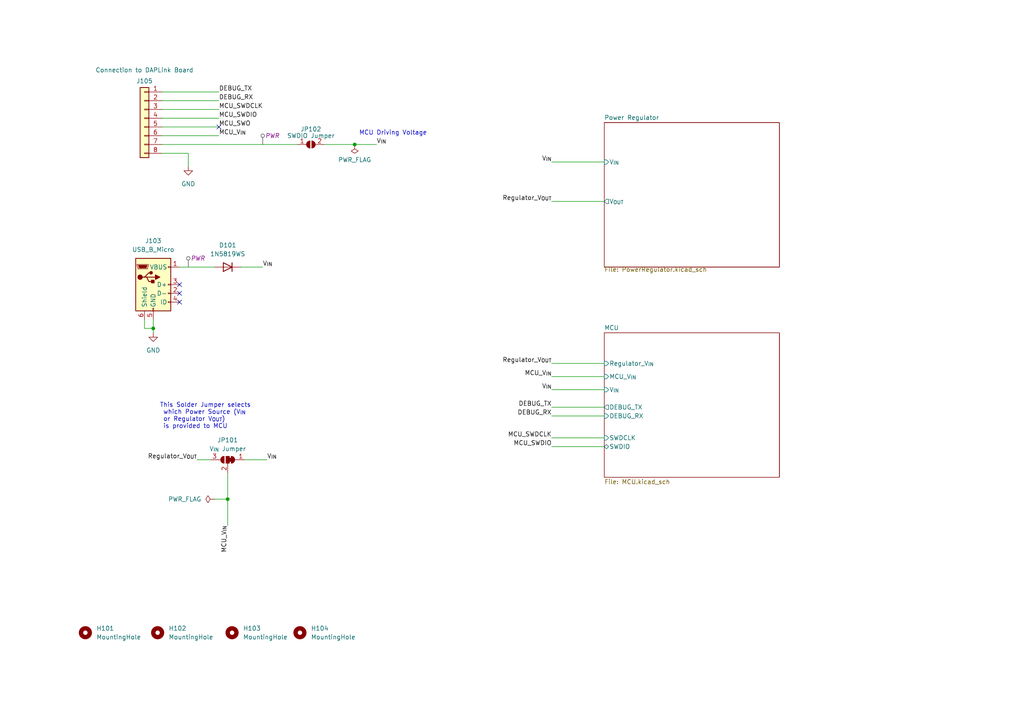
<source format=kicad_sch>
(kicad_sch (version 20230121) (generator eeschema)
  (paper "A4")
  (lib_symbols
    (symbol "Connector:USB_B_Micro" (pin_names (offset 1.016))
      (property "Reference" "J" (at -5.08 11.43 0))
      (property "Value" "USB_B_Micro" (at -5.08 8.89 0))
      (symbol "USB_B_Micro_0_1"
        (rectangle (start -5.08 -7.62) (end 5.08 7.62) (stroke (width 0.254)) (fill (type background)))
        (circle (center -3.81 2.159) (radius 0.635) (stroke (width 0.254)) (fill (type outline)))
        (circle (center -0.635 3.429) (radius 0.381) (stroke (width 0.254)) (fill (type outline)))
        (rectangle (start -0.127 -7.62) (end 0.127 -6.858))
        (polyline (pts (xy -1.905 2.159) (xy 0.635 2.159)) (stroke (width 0.254)))
        (polyline (pts (xy -3.175 2.159) (xy -2.54 2.159) (xy -1.27 3.429) (xy -0.635 3.429)) (stroke (width 0.254)))
        (polyline (pts (xy -2.54 2.159) (xy -1.905 2.159) (xy -1.27 0.889) (xy 0 0.889)) (stroke (width 0.254)))
        (polyline (pts (xy 0.635 2.794) (xy 0.635 1.524) (xy 1.905 2.159) (xy 0.635 2.794)) (stroke (width 0.254)) (fill (type outline)))
        (polyline (pts (xy -4.318 5.588) (xy -1.778 5.588) (xy -2.032 4.826) (xy -4.064 4.826) (xy -4.318 5.588)) (fill (type outline)))
        (polyline (pts (xy -4.699 5.842) (xy -4.699 5.588) (xy -4.445 4.826) (xy -4.445 4.572) (xy -1.651 4.572) (xy -1.651 4.826) (xy -1.397 5.588) (xy -1.397 5.842) (xy -4.699 5.842)))
        (rectangle (start 0.254 1.27) (end -0.508 0.508) (stroke (width 0.254)) (fill (type outline)))
        (rectangle (start 5.08 -5.207) (end 4.318 -4.953))
        (rectangle (start 5.08 -2.667) (end 4.318 -2.413))
        (rectangle (start 5.08 -0.127) (end 4.318 0.127))
        (rectangle (start 5.08 4.953) (end 4.318 5.207))
      )
      (symbol "USB_B_Micro_1_1"
        (pin power_out line (at 7.62 5.08 180) (length 2.54) (name "VBUS") (number "1"))
        (pin bidirectional line (at 7.62 -2.54 180) (length 2.54) (name "D-") (number "2"))
        (pin bidirectional line (at 7.62 0 180) (length 2.54) (name "D+") (number "3"))
        (pin passive line (at 7.62 -5.08 180) (length 2.54) (name "ID") (number "4"))
        (pin power_out line (at 0 -10.16 90) (length 2.54) (name "GND") (number "5"))
        (pin passive line (at -2.54 -10.16 90) (length 2.54) (name "Shield") (number "6"))
      )
    )
    (symbol "Connector_Generic:Conn_01x08" (pin_names (offset 1.016) hide)
      (property "Reference" "J" (at 0 10.16 0))
      (property "Value" "Conn_01x08" (at 0 -12.7 0))
      (symbol "Conn_01x08_1_1"
        (rectangle (start -1.27 -10.033) (end 0 -10.287) (stroke (width 0.1524)))
        (rectangle (start -1.27 -7.493) (end 0 -7.747) (stroke (width 0.1524)))
        (rectangle (start -1.27 -4.953) (end 0 -5.207) (stroke (width 0.1524)))
        (rectangle (start -1.27 -2.413) (end 0 -2.667) (stroke (width 0.1524)))
        (rectangle (start -1.27 0.127) (end 0 -0.127) (stroke (width 0.1524)))
        (rectangle (start -1.27 2.667) (end 0 2.413) (stroke (width 0.1524)))
        (rectangle (start -1.27 5.207) (end 0 4.953) (stroke (width 0.1524)))
        (rectangle (start -1.27 7.747) (end 0 7.493) (stroke (width 0.1524)))
        (rectangle (start -1.27 8.89) (end 1.27 -11.43) (stroke (width 0.254)) (fill (type background)))
        (pin passive line (at -5.08 7.62 0) (length 3.81) (name "Pin_1") (number "1"))
        (pin passive line (at -5.08 5.08 0) (length 3.81) (name "Pin_2") (number "2"))
        (pin passive line (at -5.08 2.54 0) (length 3.81) (name "Pin_3") (number "3"))
        (pin passive line (at -5.08 0 0) (length 3.81) (name "Pin_4") (number "4"))
        (pin passive line (at -5.08 -2.54 0) (length 3.81) (name "Pin_5") (number "5"))
        (pin passive line (at -5.08 -5.08 0) (length 3.81) (name "Pin_6") (number "6"))
        (pin passive line (at -5.08 -7.62 0) (length 3.81) (name "Pin_7") (number "7"))
        (pin passive line (at -5.08 -10.16 0) (length 3.81) (name "Pin_8") (number "8"))
      )
    )
    (symbol "Diode:1N4148" (pin_numbers hide) (pin_names hide)
      (property "Reference" "D" (at 0 2.54 0))
      (property "Value" "1N4148" (at 0 -2.54 0))
      (symbol "1N4148_0_1"
        (polyline (pts (xy -1.27 1.27) (xy -1.27 -1.27)) (stroke (width 0.254)))
        (polyline (pts (xy 1.27 0) (xy -1.27 0)))
        (polyline (pts (xy 1.27 1.27) (xy 1.27 -1.27) (xy -1.27 0) (xy 1.27 1.27)) (stroke (width 0.254)))
      )
      (symbol "1N4148_1_1"
        (pin passive line (at -3.81 0 0) (length 2.54) (name "K") (number "1"))
        (pin passive line (at 3.81 0 180) (length 2.54) (name "A") (number "2"))
      )
    )
    (symbol "Jumper:SolderJumper_2_Open" (pin_names (offset 0) hide)
      (property "Reference" "JP" (at 0 2.032 0))
      (property "Value" "SolderJumper_2_Open" (at 0 -2.54 0))
      (symbol "SolderJumper_2_Open_0_1"
        (arc (start -0.254 1.016) (mid -1.2656 0) (end -0.254 -1.016))
        (arc (start -0.254 1.016) (mid -1.2656 0) (end -0.254 -1.016) (fill (type outline)))
        (polyline (pts (xy -0.254 1.016) (xy -0.254 -1.016)))
        (polyline (pts (xy 0.254 1.016) (xy 0.254 -1.016)))
        (arc (start 0.254 -1.016) (mid 1.2656 0) (end 0.254 1.016))
        (arc (start 0.254 -1.016) (mid 1.2656 0) (end 0.254 1.016) (fill (type outline)))
      )
      (symbol "SolderJumper_2_Open_1_1"
        (pin passive line (at -3.81 0 0) (length 2.54) (name "A") (number "1"))
        (pin passive line (at 3.81 0 180) (length 2.54) (name "B") (number "2"))
      )
    )
    (symbol "Jumper:SolderJumper_3_Bridged12" (pin_names (offset 0) hide)
      (property "Reference" "JP" (at -2.54 -2.54 0))
      (property "Value" "SolderJumper_3_Bridged12" (at 0 2.794 0))
      (symbol "SolderJumper_3_Bridged12_0_1"
        (rectangle (start -1.016 0.508) (end -0.508 -0.508) (fill (type outline)))
        (arc (start -1.016 1.016) (mid -2.0276 0) (end -1.016 -1.016))
        (arc (start -1.016 1.016) (mid -2.0276 0) (end -1.016 -1.016) (fill (type outline)))
        (rectangle (start -0.508 1.016) (end 0.508 -1.016) (fill (type outline)))
        (polyline (pts (xy -2.54 0) (xy -2.032 0)))
        (polyline (pts (xy -1.016 1.016) (xy -1.016 -1.016)))
        (polyline (pts (xy 0 -1.27) (xy 0 -1.016)))
        (polyline (pts (xy 1.016 1.016) (xy 1.016 -1.016)))
        (polyline (pts (xy 2.54 0) (xy 2.032 0)))
        (arc (start 1.016 -1.016) (mid 2.0276 0) (end 1.016 1.016))
        (arc (start 1.016 -1.016) (mid 2.0276 0) (end 1.016 1.016) (fill (type outline)))
      )
      (symbol "SolderJumper_3_Bridged12_1_1"
        (pin passive line (at -5.08 0 0) (length 2.54) (name "A") (number "1"))
        (pin passive line (at 0 -3.81 90) (length 2.54) (name "C") (number "2"))
        (pin passive line (at 5.08 0 180) (length 2.54) (name "B") (number "3"))
      )
    )
    (symbol "Mechanical:MountingHole" (pin_names (offset 1.016))
      (property "Reference" "H" (at 0 5.08 0))
      (property "Value" "MountingHole" (at 0 3.175 0))
      (symbol "MountingHole_0_1"
        (circle (center 0 0) (radius 1.27) (stroke (width 1.27)))
      )
    )
    (symbol "power:GND" (power) (pin_names (offset 0))
      (property "Value" "GND" (at 0 -3.81 0))
      (symbol "GND_0_1"
        (polyline (pts (xy 0 0) (xy 0 -1.27) (xy 1.27 -1.27) (xy 0 -2.54) (xy -1.27 -1.27) (xy 0 -1.27)))
      )
      (symbol "GND_1_1"
        (pin power_in line (at 0 0 270) (length 0) hide (name "GND") (number "1"))
      )
    )
    (symbol "power:PWR_FLAG" (power) (pin_numbers hide) (pin_names (offset 0) hide)
      (property "Value" "PWR_FLAG" (at 0 3.81 0))
      (symbol "PWR_FLAG_0_0"
        (pin power_out line (at 0 0 90) (length 0) (name "pwr") (number "1"))
      )
      (symbol "PWR_FLAG_0_1"
        (polyline (pts (xy 0 0) (xy 0 1.27) (xy -1.016 1.905) (xy 0 2.54) (xy 1.016 1.905) (xy 0 1.27)))
      )
    )
  )
  (junction (at 66.04 144.78))
  (junction (at 44.45 95.25))
  (junction (at 102.87 41.91))
  (no_connect (at 52.07 82.55))
  (no_connect (at 52.07 85.09))
  (no_connect (at 52.07 87.63))
  (no_connect (at 63.5 36.83))
  (wire (pts (xy 102.87 41.91) (xy 109.22 41.91)))
  (wire (pts (xy 46.99 29.21) (xy 63.5 29.21)))
  (wire (pts (xy 57.15 133.35) (xy 60.96 133.35)))
  (wire (pts (xy 46.99 39.37) (xy 63.5 39.37)))
  (wire (pts (xy 62.23 144.78) (xy 66.04 144.78)))
  (wire (pts (xy 160.02 105.41) (xy 175.26 105.41)))
  (wire (pts (xy 71.12 133.35) (xy 77.47 133.35)))
  (wire (pts (xy 54.61 44.45) (xy 54.61 48.26)))
  (wire (pts (xy 46.99 26.67) (xy 63.5 26.67)))
  (wire (pts (xy 175.26 129.54) (xy 160.02 129.54)))
  (wire (pts (xy 93.98 41.91) (xy 102.87 41.91)))
  (wire (pts (xy 41.91 95.25) (xy 44.45 95.25)))
  (wire (pts (xy 41.91 92.71) (xy 41.91 95.25)))
  (wire (pts (xy 175.26 127) (xy 160.02 127)))
  (wire (pts (xy 69.85 77.47) (xy 76.2 77.47)))
  (wire (pts (xy 46.99 41.91) (xy 86.36 41.91)))
  (wire (pts (xy 160.02 113.03) (xy 175.26 113.03)))
  (wire (pts (xy 160.02 109.22) (xy 175.26 109.22)))
  (wire (pts (xy 160.02 46.99) (xy 175.26 46.99)))
  (wire (pts (xy 66.04 144.78) (xy 66.04 137.16)))
  (wire (pts (xy 46.99 31.75) (xy 63.5 31.75)))
  (wire (pts (xy 66.04 152.4) (xy 66.04 144.78)))
  (wire (pts (xy 46.99 44.45) (xy 54.61 44.45)))
  (wire (pts (xy 52.07 77.47) (xy 62.23 77.47)))
  (wire (pts (xy 175.26 118.11) (xy 160.02 118.11)))
  (wire (pts (xy 160.02 58.42) (xy 175.26 58.42)))
  (wire (pts (xy 44.45 95.25) (xy 44.45 96.52)))
  (wire (pts (xy 44.45 92.71) (xy 44.45 95.25)))
  (wire (pts (xy 46.99 34.29) (xy 63.5 34.29)))
  (wire (pts (xy 175.26 120.65) (xy 160.02 120.65)))
  (wire (pts (xy 46.99 36.83) (xy 63.5 36.83)))
  (text "This Solder Jumper selects\n which Power Source (V_{IN}\n or Regulator V_{OUT})\n is provided to MCU" (at 46.355 124.46 0) (effects (font (size 1.27 1.27)) (justify left bottom)))
  (text "MCU Driving Voltage" (at 104.14 39.37 0) (effects (font (size 1.27 1.27)) (justify left bottom)))
  (label "MCU_V_{IN}" (at 63.5 39.37 0))
  (label "V_{IN}" (at 109.22 41.91 0))
  (label "MCU_SWO" (at 63.5 36.83 0))
  (label "MCU_SWDCLK" (at 160.02 127 180))
  (label "MCU_V_{IN}" (at 66.04 152.4 270))
  (label "V_{IN}" (at 160.02 46.99 180))
  (label "MCU_V_{IN}" (at 160.02 109.22 180))
  (label "MCU_SWDIO" (at 63.5 34.29 0))
  (label "V_{IN}" (at 76.2 77.47 0))
  (label "DEBUG_RX" (at 160.02 120.65 180))
  (label "DEBUG_RX" (at 63.5 29.21 0))
  (label "Regulator_V_{OUT}" (at 57.15 133.35 180))
  (label "V_{IN}" (at 160.02 113.03 180))
  (label "MCU_SWDCLK" (at 63.5 31.75 0))
  (label "DEBUG_TX" (at 63.5 26.67 0))
  (label "Regulator_V_{OUT}" (at 160.02 58.42 180))
  (label "Regulator_V_{OUT}" (at 160.02 105.41 180))
  (label "MCU_SWDIO" (at 160.02 129.54 180))
  (label "DEBUG_TX" (at 160.02 118.11 180))
  (label "V_{IN}" (at 77.47 133.35 0))
  (netclass_flag "" (length 2.54) (shape round) (at 54.61 77.47 0) (property "Netclass" "PWR" (at 55.3085 74.93 0) (effects (font italic) (justify left))))
  (netclass_flag "" (length 2.54) (shape round) (at 76.2 41.91 0) (property "Netclass" "PWR" (at 76.8985 39.37 0) (effects (font italic) (justify left))))
  (symbol (lib_id "Mechanical:MountingHole") (at 86.995 183.515 0) (unit 1) (in_bom no)
    (property "Reference" "H104" (at 90.17 182.245 0) (effects (justify left)))
    (property "Value" "MountingHole" (at 90.17 184.785 0) (effects (justify left)))
    (property "Footprint" "IotPi_ArduinoNanoMountingHoles:ArduinoNano_MountingHole" (effects hide))
  )
  (symbol (lib_id "Mechanical:MountingHole") (at 67.31 183.515 0) (unit 1) (in_bom no)
    (property "Reference" "H103" (at 70.485 182.245 0) (effects (justify left)))
    (property "Value" "MountingHole" (at 70.485 184.785 0) (effects (justify left)))
    (property "Footprint" "IotPi_ArduinoNanoMountingHoles:ArduinoNano_MountingHole" (effects hide))
  )
  (symbol (lib_id "Mechanical:MountingHole") (at 24.765 183.515 0) (unit 1) (in_bom no)
    (property "Reference" "H101" (at 27.94 182.245 0) (effects (justify left)))
    (property "Value" "MountingHole" (at 27.94 184.785 0) (effects (justify left)))
    (property "Footprint" "IotPi_ArduinoNanoMountingHoles:ArduinoNano_MountingHole" (effects hide))
  )
  (symbol (lib_id "Connector:USB_B_Micro") (at 44.45 82.55 0) (unit 1)
    (property "Reference" "J103" (at 44.45 69.85 0))
    (property "Value" "USB_B_Micro" (at 44.45 72.39 0))
    (property "Footprint" "Connector_USB:USB_Micro-B_GCT_USB3076-30-A" (effects hide))
  )
  (symbol (lib_id "Jumper:SolderJumper_2_Open") (at 90.17 41.91 0) (unit 1)
    (property "Reference" "JP102" (at 90.17 37.465 0))
    (property "Value" "SWDIO Jumper" (at 90.17 39.37 0))
    (property "Footprint" "Jumper:SolderJumper-2_P1.3mm_Open_TrianglePad1.0x1.5mm" (effects hide))
  )
  (symbol (lib_id "Diode:1N4148") (at 66.04 77.47 180) (unit 1)
    (property "Reference" "D101" (at 66.04 71.12 0))
    (property "Value" "1N5819WS" (at 66.04 73.66 0))
    (property "Footprint" "Diode_SMD:D_SOD-323" (effects hide))
    (property "Datasheet" "https://assets.nexperia.com/documents/data-sheet/1N4148_1N4448.pdf" (effects hide))
    (property "Sim.Device" "D" (effects hide))
    (property "Sim.Pins" "1=K 2=A" (effects hide))
    (property "Description" "直流反向耐压(Vr): 40V 平均整流电流(Io): 1A 正向压降(Vf): 600mV@1A 40V,1A,VF=0.6V@1A" (effects hide))
    (property "LCSC" "C191023" (effects hide))
    (property "Vendor" "Hottech(合科泰)" (effects hide))
    (property "Vendor Model" "1N5819WS" (effects hide))
  )
  (symbol (lib_id "Jumper:SolderJumper_3_Bridged12") (at 66.04 133.35 0) (mirror y) (unit 1) (in_bom no)
    (property "Reference" "JP101" (at 66.04 127.635 0))
    (property "Value" "V_{IN} Jumper" (at 66.04 130.175 0))
    (property "Footprint" "Jumper:SolderJumper-3_P1.3mm_Bridged2Bar12_Pad1.0x1.5mm" (effects hide))
  )
  (symbol (lib_id "power:GND") (at 54.61 48.26 0) (unit 1)
    (property "Reference" "#PWR0103" (effects hide))
    (property "Value" "GND" (at 54.61 53.34 0))
  )
  (symbol (lib_id "power:GND") (at 44.45 96.52 0) (unit 1)
    (property "Reference" "#PWR0104" (effects hide))
    (property "Value" "GND" (at 44.45 101.6 0))
  )
  (symbol (lib_id "Mechanical:MountingHole") (at 45.72 183.515 0) (unit 1) (in_bom no)
    (property "Reference" "H102" (at 48.895 182.245 0) (effects (justify left)))
    (property "Value" "MountingHole" (at 48.895 184.785 0) (effects (justify left)))
    (property "Footprint" "IotPi_ArduinoNanoMountingHoles:ArduinoNano_MountingHole" (effects hide))
  )
  (symbol (lib_id "power:PWR_FLAG") (at 62.23 144.78 90) (unit 1)
    (property "Reference" "#FLG0103" (effects hide))
    (property "Value" "PWR_FLAG" (at 58.42 144.78 90) (effects (justify left)))
  )
  (symbol (lib_id "Connector_Generic:Conn_01x08") (at 41.91 34.29 0) (mirror y) (unit 1)
    (property "Reference" "J105" (at 41.91 23.495 0))
    (property "Value" "Connection to DAPLink Board" (at 41.91 20.32 0))
    (property "Footprint" "Connector_PinHeader_1.27mm:PinHeader_1x08_P1.27mm_Vertical" (effects hide))
    (property "Description" "排数: 单排 总PIN位数: 8 总PIN位数: 8P 间距: 1.27mm 插针结构: 1x8P 行距: - 安装类型: 弯插 圆针/方针:" (effects hide))
    (property "LCSC" "C2938418" (effects hide))
    (property "Vendor" "kinghelm(金航标)" (effects hide))
    (property "Vendor Model" "KH-1.27PH90-1X8P-L10.5" (effects hide))
  )
  (symbol (lib_id "power:PWR_FLAG") (at 102.87 41.91 180) (unit 1)
    (property "Reference" "#FLG0101" (effects hide))
    (property "Value" "PWR_FLAG" (at 102.87 46.355 0))
  )
  (sheet (at 175.26 96.52) (size 50.8 41.91) (stroke (width 0.1524))
    (property "Sheetname" "MCU" (at 175.26 95.8084 0) (effects (justify left bottom)))
    (property "Sheetfile" "MCU.kicad_sch" (at 175.26 139.0146 0) (effects (justify left top)))
    (pin "MCU_V_{IN}" input (at 175.26 109.22 180))
    (pin "V_{IN}" input (at 175.26 113.03 180))
    (pin "Regulator_V_{IN}" input (at 175.26 105.41 180))
    (pin "SWDCLK" input (at 175.26 127 180))
    (pin "SWDIO" bidirectional (at 175.26 129.54 180))
    (pin "DEBUG_TX" output (at 175.26 118.11 180))
    (pin "DEBUG_RX" input (at 175.26 120.65 180))
  )
  (sheet (at 175.26 35.56) (size 50.8 41.91) (stroke (width 0.1524))
    (property "Sheetname" "Power Regulator" (at 175.26 34.8484 0) (effects (justify left bottom)))
    (property "Sheetfile" "PowerRegulator.kicad_sch" (at 175.26 77.4196 0) (effects (justify left top)))
    (pin "V_{OUT}" output (at 175.26 58.42 180))
    (pin "V_{IN}" input (at 175.26 46.99 180))
  )
)
</source>
